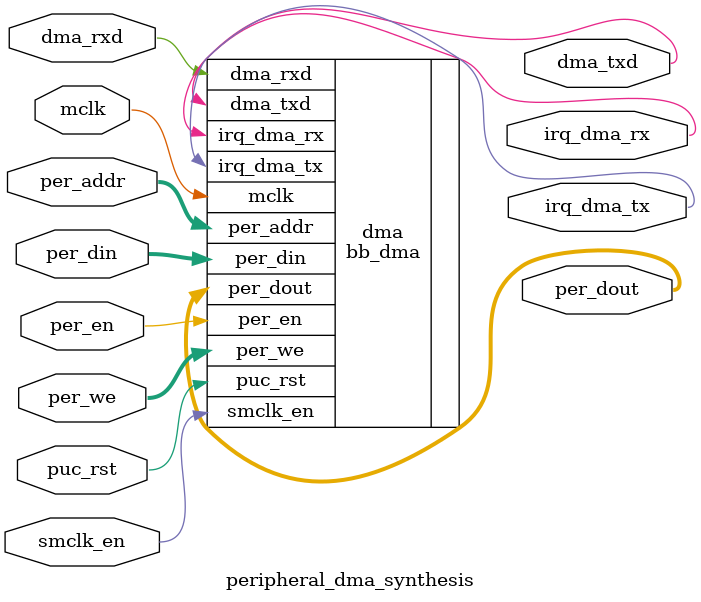
<source format=sv>

/* Copyright (c) 2018-2019 by the author(s)
 *
 * Permission is hereby granted, free of charge, to any person obtaining a copy
 * of this software and associated documentation files (the "Software"), to deal
 * in the Software without restriction, including without limitation the rights
 * to use, copy, modify, merge, publish, distribute, sublicense, and/or sell
 * copies of the Software, and to permit persons to whom the Software is
 * furnished to do so, subject to the following conditions:
 *
 * The above copyright notice and this permission notice shall be included in
 * all copies or substantial portions of the Software.
 *
 * THE SOFTWARE IS PROVIDED "AS IS", WITHOUT WARRANTY OF ANY KIND, EXPRESS OR
 * IMPLIED, INCLUDING BUT NOT LIMITED TO THE WARRANTIES OF MERCHANTABILITY,
 * FITNESS FOR A PARTICULAR PURPOSE AND NONINFRINGEMENT. IN NO EVENT SHALL THE
 * AUTHORS OR COPYRIGHT HOLDERS BE LIABLE FOR ANY CLAIM, DAMAGES OR OTHER
 * LIABILITY, WHETHER IN AN ACTION OF CONTRACT, TORT OR OTHERWISE, ARISING FROM,
 * OUT OF OR IN CONNECTION WITH THE SOFTWARE OR THE USE OR OTHER DEALINGS IN
 * THE SOFTWARE.
 *
 * =============================================================================
 * Author(s):
 *   Paco Reina Campo <pacoreinacampo@queenfield.tech>
 */

module peripheral_dma_synthesis (
  input mclk,    // Main system clock
  input puc_rst, // Main system reset

  input smclk_en,  // SMCLK enable (from CPU)

  input  [13:0] per_addr,  // Peripheral address
  output [15:0] per_dout,  // Peripheral data output
  input  [15:0] per_din,   // Peripheral data input
  input         per_en,    // Peripheral enable (high active)
  input  [ 1:0] per_we,    // Peripheral write enable (high active)

  output irq_dma_rx,  // UART receive interrupt
  output irq_dma_tx,  // UART transmit interrupt
  input  dma_rxd,     // UART Data Receive (RXD)
  output dma_txd      // UART Data Transmit (TXD)
);

  //////////////////////////////////////////////////////////////////
  //
  // Module Body
  //

  // DUT BB
  bb_dma dma (
    .mclk   (mclk),    // Main system clock
    .puc_rst(puc_rst), // Main system reset

    .smclk_en(smclk_en),  // SMCLK enable (from CPU)

    .per_addr(per_addr),  // Peripheral address
    .per_dout(per_dout),  // Peripheral data output
    .per_din (per_din),   // Peripheral data input
    .per_en  (per_en),    // Peripheral enable (high active)
    .per_we  (per_we),    // Peripheral write enable (high active)

    .irq_dma_rx(irq_dma_rx),  // UART receive interrupt
    .irq_dma_tx(irq_dma_tx),  // UART transmit interrupt
    .dma_rxd   (dma_rxd),     // UART Data Receive (RXD)
    .dma_txd   (dma_txd)      // UART Data Transmit (TXD)
  );
endmodule

</source>
